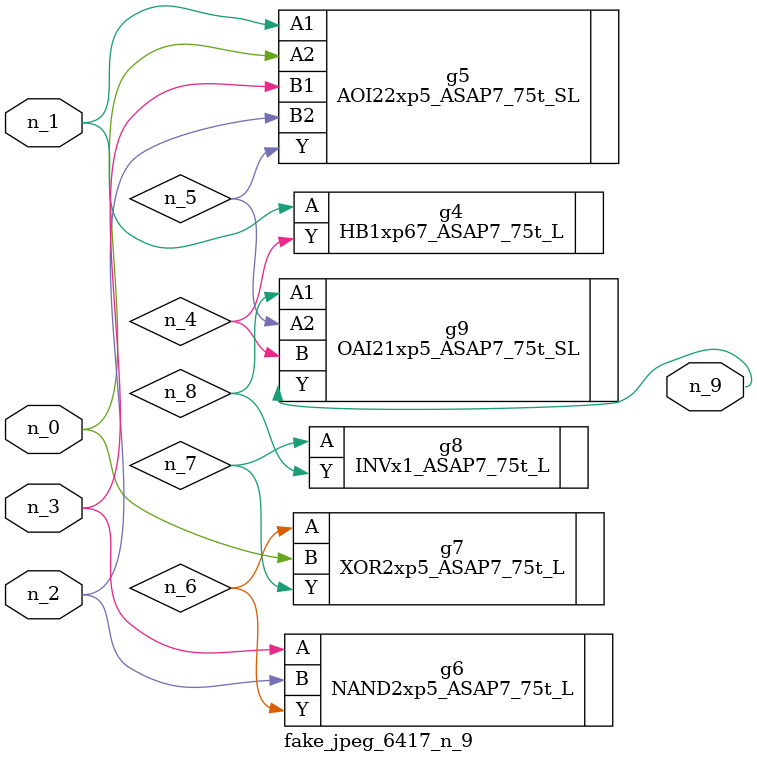
<source format=v>
module fake_jpeg_6417_n_9 (n_0, n_3, n_2, n_1, n_9);

input n_0;
input n_3;
input n_2;
input n_1;

output n_9;

wire n_4;
wire n_8;
wire n_6;
wire n_5;
wire n_7;

HB1xp67_ASAP7_75t_L g4 ( 
.A(n_1),
.Y(n_4)
);

AOI22xp5_ASAP7_75t_SL g5 ( 
.A1(n_1),
.A2(n_0),
.B1(n_3),
.B2(n_2),
.Y(n_5)
);

NAND2xp5_ASAP7_75t_L g6 ( 
.A(n_3),
.B(n_2),
.Y(n_6)
);

XOR2xp5_ASAP7_75t_L g7 ( 
.A(n_6),
.B(n_0),
.Y(n_7)
);

INVx1_ASAP7_75t_L g8 ( 
.A(n_7),
.Y(n_8)
);

OAI21xp5_ASAP7_75t_SL g9 ( 
.A1(n_8),
.A2(n_5),
.B(n_4),
.Y(n_9)
);


endmodule
</source>
